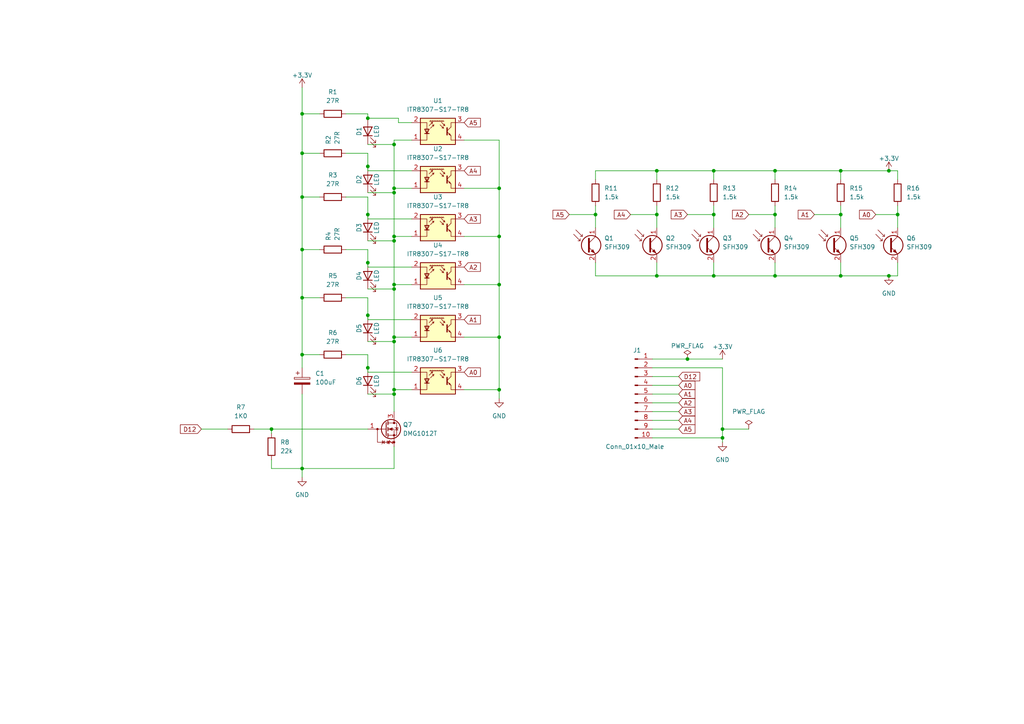
<source format=kicad_sch>
(kicad_sch (version 20211123) (generator eeschema)
  (paper "A4")
  (lib_symbols
    (symbol "Connector:Conn_01x10_Male" (pin_names (offset 1.016) hide)
      (property "Reference" "J" (at 0 12.7 0))
      (property "Value" "Conn_01x10_Male" (at 0 -15.24 0))
      (symbol "Conn_01x10_Male_1_1"
        (polyline (pts (xy 1.27 -12.7) (xy 0.8636 -12.7)) (stroke (width 0.1524)))
        (polyline (pts (xy 1.27 -10.16) (xy 0.8636 -10.16)) (stroke (width 0.1524)))
        (polyline (pts (xy 1.27 -7.62) (xy 0.8636 -7.62)) (stroke (width 0.1524)))
        (polyline (pts (xy 1.27 -5.08) (xy 0.8636 -5.08)) (stroke (width 0.1524)))
        (polyline (pts (xy 1.27 -2.54) (xy 0.8636 -2.54)) (stroke (width 0.1524)))
        (polyline (pts (xy 1.27 0) (xy 0.8636 0)) (stroke (width 0.1524)))
        (polyline (pts (xy 1.27 2.54) (xy 0.8636 2.54)) (stroke (width 0.1524)))
        (polyline (pts (xy 1.27 5.08) (xy 0.8636 5.08)) (stroke (width 0.1524)))
        (polyline (pts (xy 1.27 7.62) (xy 0.8636 7.62)) (stroke (width 0.1524)))
        (polyline (pts (xy 1.27 10.16) (xy 0.8636 10.16)) (stroke (width 0.1524)))
        (rectangle (start 0.8636 -12.573) (end 0 -12.827) (stroke (width 0.1524)) (fill (type outline)))
        (rectangle (start 0.8636 -10.033) (end 0 -10.287) (stroke (width 0.1524)) (fill (type outline)))
        (rectangle (start 0.8636 -7.493) (end 0 -7.747) (stroke (width 0.1524)) (fill (type outline)))
        (rectangle (start 0.8636 -4.953) (end 0 -5.207) (stroke (width 0.1524)) (fill (type outline)))
        (rectangle (start 0.8636 -2.413) (end 0 -2.667) (stroke (width 0.1524)) (fill (type outline)))
        (rectangle (start 0.8636 0.127) (end 0 -0.127) (stroke (width 0.1524)) (fill (type outline)))
        (rectangle (start 0.8636 2.667) (end 0 2.413) (stroke (width 0.1524)) (fill (type outline)))
        (rectangle (start 0.8636 5.207) (end 0 4.953) (stroke (width 0.1524)) (fill (type outline)))
        (rectangle (start 0.8636 7.747) (end 0 7.493) (stroke (width 0.1524)) (fill (type outline)))
        (rectangle (start 0.8636 10.287) (end 0 10.033) (stroke (width 0.1524)) (fill (type outline)))
        (pin passive line (at 5.08 10.16 180) (length 3.81) (name "Pin_1") (number "1"))
        (pin passive line (at 5.08 -12.7 180) (length 3.81) (name "Pin_10") (number "10"))
        (pin passive line (at 5.08 7.62 180) (length 3.81) (name "Pin_2") (number "2"))
        (pin passive line (at 5.08 5.08 180) (length 3.81) (name "Pin_3") (number "3"))
        (pin passive line (at 5.08 2.54 180) (length 3.81) (name "Pin_4") (number "4"))
        (pin passive line (at 5.08 0 180) (length 3.81) (name "Pin_5") (number "5"))
        (pin passive line (at 5.08 -2.54 180) (length 3.81) (name "Pin_6") (number "6"))
        (pin passive line (at 5.08 -5.08 180) (length 3.81) (name "Pin_7") (number "7"))
        (pin passive line (at 5.08 -7.62 180) (length 3.81) (name "Pin_8") (number "8"))
        (pin passive line (at 5.08 -10.16 180) (length 3.81) (name "Pin_9") (number "9"))
      )
    )
    (symbol "Device:C_Polarized" (pin_numbers hide) (pin_names (offset 0.254))
      (property "Reference" "C" (at 0.635 2.54 0))
      (property "Value" "C_Polarized" (at 0.635 -2.54 0))
      (symbol "C_Polarized_0_1"
        (rectangle (start -2.286 0.508) (end 2.286 1.016))
        (polyline (pts (xy -1.778 2.286) (xy -0.762 2.286)))
        (polyline (pts (xy -1.27 2.794) (xy -1.27 1.778)))
        (rectangle (start 2.286 -0.508) (end -2.286 -1.016) (fill (type outline)))
      )
      (symbol "C_Polarized_1_1"
        (pin passive line (at 0 3.81 270) (length 2.794) (name "~") (number "1"))
        (pin passive line (at 0 -3.81 90) (length 2.794) (name "~") (number "2"))
      )
    )
    (symbol "Device:LED" (pin_numbers hide) (pin_names (offset 1.016) hide)
      (property "Reference" "D" (at 0 2.54 0))
      (property "Value" "LED" (at 0 -2.54 0))
      (symbol "LED_0_1"
        (polyline (pts (xy -1.27 -1.27) (xy -1.27 1.27)) (stroke (width 0.254)))
        (polyline (pts (xy -1.27 0) (xy 1.27 0)))
        (polyline (pts (xy 1.27 -1.27) (xy 1.27 1.27) (xy -1.27 0) (xy 1.27 -1.27)) (stroke (width 0.254)))
        (polyline (pts (xy -3.048 -0.762) (xy -4.572 -2.286) (xy -3.81 -2.286) (xy -4.572 -2.286) (xy -4.572 -1.524)))
        (polyline (pts (xy -1.778 -0.762) (xy -3.302 -2.286) (xy -2.54 -2.286) (xy -3.302 -2.286) (xy -3.302 -1.524)))
      )
      (symbol "LED_1_1"
        (pin passive line (at -3.81 0 0) (length 2.54) (name "K") (number "1"))
        (pin passive line (at 3.81 0 180) (length 2.54) (name "A") (number "2"))
      )
    )
    (symbol "Device:R" (pin_numbers hide) (pin_names (offset 0))
      (property "Reference" "R" (at 2.032 0 90))
      (property "Value" "R" (at 0 0 90))
      (symbol "R_0_1"
        (rectangle (start -1.016 -2.54) (end 1.016 2.54) (stroke (width 0.254)))
      )
      (symbol "R_1_1"
        (pin passive line (at 0 3.81 270) (length 1.27) (name "~") (number "1"))
        (pin passive line (at 0 -3.81 90) (length 1.27) (name "~") (number "2"))
      )
    )
    (symbol "ITR8307-S17-TR8_1" (pin_names (offset 0.0254) hide)
      (property "Reference" "U1" (at 0 8.89 0))
      (property "Value" "ITR8307-S17-TR8_1" (at 0 6.35 0))
      (symbol "ITR8307-S17-TR8_1_0_1"
        (polyline (pts (xy -3.81 -0.635) (xy -2.54 -0.635)) (stroke (width 0.254)))
        (polyline (pts (xy -2.286 2.921) (xy -2.032 3.175)))
        (polyline (pts (xy -1.778 2.921) (xy -1.524 3.175)))
        (polyline (pts (xy -1.524 2.667) (xy -1.651 2.159)))
        (polyline (pts (xy -1.27 2.921) (xy -1.016 3.175)))
        (polyline (pts (xy -1.143 1.905) (xy -1.27 1.397)))
        (polyline (pts (xy -0.762 2.921) (xy -0.508 3.175)))
        (polyline (pts (xy -0.254 2.921) (xy 0 3.175)))
        (polyline (pts (xy 0.254 2.921) (xy 0.508 3.175)))
        (polyline (pts (xy 0.762 2.921) (xy 1.016 3.175)))
        (polyline (pts (xy 1.27 2.921) (xy 1.524 3.175)))
        (polyline (pts (xy 1.651 0.889) (xy 1.143 1.016)))
        (polyline (pts (xy 1.778 2.921) (xy -2.413 2.921)))
        (polyline (pts (xy 2.032 1.651) (xy 1.524 1.778)))
        (polyline (pts (xy 2.667 -0.127) (xy 3.81 -1.27)))
        (polyline (pts (xy 2.667 0.127) (xy 3.81 1.27)))
        (polyline (pts (xy -2.54 1.651) (xy -1.524 2.667) (xy -2.032 2.54)))
        (polyline (pts (xy -2.159 0.889) (xy -1.143 1.905) (xy -1.651 1.778)))
        (polyline (pts (xy 0.635 1.905) (xy 1.651 0.889) (xy 1.524 1.397)))
        (polyline (pts (xy 1.016 2.667) (xy 2.032 1.651) (xy 1.905 2.159)))
        (polyline (pts (xy 2.667 1.016) (xy 2.667 -1.016) (xy 2.667 -1.016)) (stroke (width 0.3556)))
        (polyline (pts (xy 3.81 -1.27) (xy 3.81 -2.54) (xy 5.08 -2.54)))
        (polyline (pts (xy 3.81 1.27) (xy 3.81 2.54) (xy 5.08 2.54)))
        (polyline (pts (xy -5.08 -2.54) (xy -3.175 -2.54) (xy -3.175 2.54) (xy -5.08 2.54)))
        (polyline (pts (xy -3.175 -0.635) (xy -3.81 0.635) (xy -2.54 0.635) (xy -3.175 -0.635)) (stroke (width 0.254)))
        (polyline (pts (xy 3.683 -1.143) (xy 3.429 -0.635) (xy 3.175 -0.889) (xy 3.683 -1.143)))
        (polyline (pts (xy -5.08 -3.81) (xy 5.08 -3.81) (xy 5.08 3.81) (xy -5.08 3.81) (xy -5.08 -3.81)) (stroke (width 0.254)) (fill (type background)))
      )
      (symbol "ITR8307-S17-TR8_1_1_1"
        (pin passive line (at -7.62 -2.54 0) (length 2.54) (name "K") (number "1"))
        (pin passive line (at -7.62 2.54 0) (length 2.54) (name "A") (number "2"))
        (pin open_collector line (at 7.62 2.54 180) (length 2.54) (name "~") (number "3"))
        (pin passive line (at 7.62 -2.54 180) (length 2.54) (name "~") (number "4"))
      )
    )
    (symbol "ITR8307-S17-TR8_2" (pin_names (offset 0.0254) hide)
      (property "Reference" "U2" (at 0 8.89 0))
      (property "Value" "ITR8307-S17-TR8_2" (at 0 6.35 0))
      (symbol "ITR8307-S17-TR8_2_0_1"
        (polyline (pts (xy -3.81 -0.635) (xy -2.54 -0.635)) (stroke (width 0.254)))
        (polyline (pts (xy -2.286 2.921) (xy -2.032 3.175)))
        (polyline (pts (xy -1.778 2.921) (xy -1.524 3.175)))
        (polyline (pts (xy -1.524 2.667) (xy -1.651 2.159)))
        (polyline (pts (xy -1.27 2.921) (xy -1.016 3.175)))
        (polyline (pts (xy -1.143 1.905) (xy -1.27 1.397)))
        (polyline (pts (xy -0.762 2.921) (xy -0.508 3.175)))
        (polyline (pts (xy -0.254 2.921) (xy 0 3.175)))
        (polyline (pts (xy 0.254 2.921) (xy 0.508 3.175)))
        (polyline (pts (xy 0.762 2.921) (xy 1.016 3.175)))
        (polyline (pts (xy 1.27 2.921) (xy 1.524 3.175)))
        (polyline (pts (xy 1.651 0.889) (xy 1.143 1.016)))
        (polyline (pts (xy 1.778 2.921) (xy -2.413 2.921)))
        (polyline (pts (xy 2.032 1.651) (xy 1.524 1.778)))
        (polyline (pts (xy 2.667 -0.127) (xy 3.81 -1.27)))
        (polyline (pts (xy 2.667 0.127) (xy 3.81 1.27)))
        (polyline (pts (xy -2.54 1.651) (xy -1.524 2.667) (xy -2.032 2.54)))
        (polyline (pts (xy -2.159 0.889) (xy -1.143 1.905) (xy -1.651 1.778)))
        (polyline (pts (xy 0.635 1.905) (xy 1.651 0.889) (xy 1.524 1.397)))
        (polyline (pts (xy 1.016 2.667) (xy 2.032 1.651) (xy 1.905 2.159)))
        (polyline (pts (xy 2.667 1.016) (xy 2.667 -1.016) (xy 2.667 -1.016)) (stroke (width 0.3556)))
        (polyline (pts (xy 3.81 -1.27) (xy 3.81 -2.54) (xy 5.08 -2.54)))
        (polyline (pts (xy 3.81 1.27) (xy 3.81 2.54) (xy 5.08 2.54)))
        (polyline (pts (xy -5.08 -2.54) (xy -3.175 -2.54) (xy -3.175 2.54) (xy -5.08 2.54)))
        (polyline (pts (xy -3.175 -0.635) (xy -3.81 0.635) (xy -2.54 0.635) (xy -3.175 -0.635)) (stroke (width 0.254)))
        (polyline (pts (xy 3.683 -1.143) (xy 3.429 -0.635) (xy 3.175 -0.889) (xy 3.683 -1.143)))
        (polyline (pts (xy -5.08 -3.81) (xy 5.08 -3.81) (xy 5.08 3.81) (xy -5.08 3.81) (xy -5.08 -3.81)) (stroke (width 0.254)) (fill (type background)))
      )
      (symbol "ITR8307-S17-TR8_2_1_1"
        (pin passive line (at -7.62 -2.54 0) (length 2.54) (name "K") (number "1"))
        (pin passive line (at -7.62 2.54 0) (length 2.54) (name "A") (number "2"))
        (pin open_collector line (at 7.62 2.54 180) (length 2.54) (name "~") (number "3"))
        (pin passive line (at 7.62 -2.54 180) (length 2.54) (name "~") (number "4"))
      )
    )
    (symbol "ITR8307-S17-TR8_3" (pin_names (offset 0.0254) hide)
      (property "Reference" "U3" (at 0 8.89 0))
      (property "Value" "ITR8307-S17-TR8_3" (at 0 6.35 0))
      (symbol "ITR8307-S17-TR8_3_0_1"
        (polyline (pts (xy -3.81 -0.635) (xy -2.54 -0.635)) (stroke (width 0.254)))
        (polyline (pts (xy -2.286 2.921) (xy -2.032 3.175)))
        (polyline (pts (xy -1.778 2.921) (xy -1.524 3.175)))
        (polyline (pts (xy -1.524 2.667) (xy -1.651 2.159)))
        (polyline (pts (xy -1.27 2.921) (xy -1.016 3.175)))
        (polyline (pts (xy -1.143 1.905) (xy -1.27 1.397)))
        (polyline (pts (xy -0.762 2.921) (xy -0.508 3.175)))
        (polyline (pts (xy -0.254 2.921) (xy 0 3.175)))
        (polyline (pts (xy 0.254 2.921) (xy 0.508 3.175)))
        (polyline (pts (xy 0.762 2.921) (xy 1.016 3.175)))
        (polyline (pts (xy 1.27 2.921) (xy 1.524 3.175)))
        (polyline (pts (xy 1.651 0.889) (xy 1.143 1.016)))
        (polyline (pts (xy 1.778 2.921) (xy -2.413 2.921)))
        (polyline (pts (xy 2.032 1.651) (xy 1.524 1.778)))
        (polyline (pts (xy 2.667 -0.127) (xy 3.81 -1.27)))
        (polyline (pts (xy 2.667 0.127) (xy 3.81 1.27)))
        (polyline (pts (xy -2.54 1.651) (xy -1.524 2.667) (xy -2.032 2.54)))
        (polyline (pts (xy -2.159 0.889) (xy -1.143 1.905) (xy -1.651 1.778)))
        (polyline (pts (xy 0.635 1.905) (xy 1.651 0.889) (xy 1.524 1.397)))
        (polyline (pts (xy 1.016 2.667) (xy 2.032 1.651) (xy 1.905 2.159)))
        (polyline (pts (xy 2.667 1.016) (xy 2.667 -1.016) (xy 2.667 -1.016)) (stroke (width 0.3556)))
        (polyline (pts (xy 3.81 -1.27) (xy 3.81 -2.54) (xy 5.08 -2.54)))
        (polyline (pts (xy 3.81 1.27) (xy 3.81 2.54) (xy 5.08 2.54)))
        (polyline (pts (xy -5.08 -2.54) (xy -3.175 -2.54) (xy -3.175 2.54) (xy -5.08 2.54)))
        (polyline (pts (xy -3.175 -0.635) (xy -3.81 0.635) (xy -2.54 0.635) (xy -3.175 -0.635)) (stroke (width 0.254)))
        (polyline (pts (xy 3.683 -1.143) (xy 3.429 -0.635) (xy 3.175 -0.889) (xy 3.683 -1.143)))
        (polyline (pts (xy -5.08 -3.81) (xy 5.08 -3.81) (xy 5.08 3.81) (xy -5.08 3.81) (xy -5.08 -3.81)) (stroke (width 0.254)) (fill (type background)))
      )
      (symbol "ITR8307-S17-TR8_3_1_1"
        (pin passive line (at -7.62 -2.54 0) (length 2.54) (name "K") (number "1"))
        (pin passive line (at -7.62 2.54 0) (length 2.54) (name "A") (number "2"))
        (pin open_collector line (at 7.62 2.54 180) (length 2.54) (name "~") (number "3"))
        (pin passive line (at 7.62 -2.54 180) (length 2.54) (name "~") (number "4"))
      )
    )
    (symbol "ITR8307-S17-TR8_4" (pin_names (offset 0.0254) hide)
      (property "Reference" "U4" (at 0 8.89 0))
      (property "Value" "ITR8307-S17-TR8" (at 0 6.35 0))
      (symbol "ITR8307-S17-TR8_4_0_1"
        (polyline (pts (xy -3.81 -0.635) (xy -2.54 -0.635)) (stroke (width 0.254)))
        (polyline (pts (xy -2.286 2.921) (xy -2.032 3.175)))
        (polyline (pts (xy -1.778 2.921) (xy -1.524 3.175)))
        (polyline (pts (xy -1.524 2.667) (xy -1.651 2.159)))
        (polyline (pts (xy -1.27 2.921) (xy -1.016 3.175)))
        (polyline (pts (xy -1.143 1.905) (xy -1.27 1.397)))
        (polyline (pts (xy -0.762 2.921) (xy -0.508 3.175)))
        (polyline (pts (xy -0.254 2.921) (xy 0 3.175)))
        (polyline (pts (xy 0.254 2.921) (xy 0.508 3.175)))
        (polyline (pts (xy 0.762 2.921) (xy 1.016 3.175)))
        (polyline (pts (xy 1.27 2.921) (xy 1.524 3.175)))
        (polyline (pts (xy 1.651 0.889) (xy 1.143 1.016)))
        (polyline (pts (xy 1.778 2.921) (xy -2.413 2.921)))
        (polyline (pts (xy 2.032 1.651) (xy 1.524 1.778)))
        (polyline (pts (xy 2.667 -0.127) (xy 3.81 -1.27)))
        (polyline (pts (xy 2.667 0.127) (xy 3.81 1.27)))
        (polyline (pts (xy -2.54 1.651) (xy -1.524 2.667) (xy -2.032 2.54)))
        (polyline (pts (xy -2.159 0.889) (xy -1.143 1.905) (xy -1.651 1.778)))
        (polyline (pts (xy 0.635 1.905) (xy 1.651 0.889) (xy 1.524 1.397)))
        (polyline (pts (xy 1.016 2.667) (xy 2.032 1.651) (xy 1.905 2.159)))
        (polyline (pts (xy 2.667 1.016) (xy 2.667 -1.016) (xy 2.667 -1.016)) (stroke (width 0.3556)))
        (polyline (pts (xy 3.81 -1.27) (xy 3.81 -2.54) (xy 5.08 -2.54)))
        (polyline (pts (xy 3.81 1.27) (xy 3.81 2.54) (xy 5.08 2.54)))
        (polyline (pts (xy -5.08 -2.54) (xy -3.175 -2.54) (xy -3.175 2.54) (xy -5.08 2.54)))
        (polyline (pts (xy -3.175 -0.635) (xy -3.81 0.635) (xy -2.54 0.635) (xy -3.175 -0.635)) (stroke (width 0.254)))
        (polyline (pts (xy 3.683 -1.143) (xy 3.429 -0.635) (xy 3.175 -0.889) (xy 3.683 -1.143)))
        (polyline (pts (xy -5.08 -3.81) (xy 5.08 -3.81) (xy 5.08 3.81) (xy -5.08 3.81) (xy -5.08 -3.81)) (stroke (width 0.254)) (fill (type background)))
      )
      (symbol "ITR8307-S17-TR8_4_1_1"
        (pin passive line (at -7.62 -2.54 0) (length 2.54) (name "K") (number "1"))
        (pin passive line (at -7.62 2.54 0) (length 2.54) (name "A") (number "2"))
        (pin open_collector line (at 7.62 2.54 180) (length 2.54) (name "~") (number "3"))
        (pin passive line (at 7.62 -2.54 180) (length 2.54) (name "~") (number "4"))
      )
    )
    (symbol "ITR8307-S17-TR8_5" (pin_names (offset 0.0254) hide)
      (property "Reference" "U5" (at 0 8.89 0))
      (property "Value" "ITR8307-S17-TR8_5" (at 0 6.35 0))
      (symbol "ITR8307-S17-TR8_5_0_1"
        (polyline (pts (xy -3.81 -0.635) (xy -2.54 -0.635)) (stroke (width 0.254)))
        (polyline (pts (xy -2.286 2.921) (xy -2.032 3.175)))
        (polyline (pts (xy -1.778 2.921) (xy -1.524 3.175)))
        (polyline (pts (xy -1.524 2.667) (xy -1.651 2.159)))
        (polyline (pts (xy -1.27 2.921) (xy -1.016 3.175)))
        (polyline (pts (xy -1.143 1.905) (xy -1.27 1.397)))
        (polyline (pts (xy -0.762 2.921) (xy -0.508 3.175)))
        (polyline (pts (xy -0.254 2.921) (xy 0 3.175)))
        (polyline (pts (xy 0.254 2.921) (xy 0.508 3.175)))
        (polyline (pts (xy 0.762 2.921) (xy 1.016 3.175)))
        (polyline (pts (xy 1.27 2.921) (xy 1.524 3.175)))
        (polyline (pts (xy 1.651 0.889) (xy 1.143 1.016)))
        (polyline (pts (xy 1.778 2.921) (xy -2.413 2.921)))
        (polyline (pts (xy 2.032 1.651) (xy 1.524 1.778)))
        (polyline (pts (xy 2.667 -0.127) (xy 3.81 -1.27)))
        (polyline (pts (xy 2.667 0.127) (xy 3.81 1.27)))
        (polyline (pts (xy -2.54 1.651) (xy -1.524 2.667) (xy -2.032 2.54)))
        (polyline (pts (xy -2.159 0.889) (xy -1.143 1.905) (xy -1.651 1.778)))
        (polyline (pts (xy 0.635 1.905) (xy 1.651 0.889) (xy 1.524 1.397)))
        (polyline (pts (xy 1.016 2.667) (xy 2.032 1.651) (xy 1.905 2.159)))
        (polyline (pts (xy 2.667 1.016) (xy 2.667 -1.016) (xy 2.667 -1.016)) (stroke (width 0.3556)))
        (polyline (pts (xy 3.81 -1.27) (xy 3.81 -2.54) (xy 5.08 -2.54)))
        (polyline (pts (xy 3.81 1.27) (xy 3.81 2.54) (xy 5.08 2.54)))
        (polyline (pts (xy -5.08 -2.54) (xy -3.175 -2.54) (xy -3.175 2.54) (xy -5.08 2.54)))
        (polyline (pts (xy -3.175 -0.635) (xy -3.81 0.635) (xy -2.54 0.635) (xy -3.175 -0.635)) (stroke (width 0.254)))
        (polyline (pts (xy 3.683 -1.143) (xy 3.429 -0.635) (xy 3.175 -0.889) (xy 3.683 -1.143)))
        (polyline (pts (xy -5.08 -3.81) (xy 5.08 -3.81) (xy 5.08 3.81) (xy -5.08 3.81) (xy -5.08 -3.81)) (stroke (width 0.254)) (fill (type background)))
      )
      (symbol "ITR8307-S17-TR8_5_1_1"
        (pin passive line (at -7.62 -2.54 0) (length 2.54) (name "K") (number "1"))
        (pin passive line (at -7.62 2.54 0) (length 2.54) (name "A") (number "2"))
        (pin open_collector line (at 7.62 2.54 180) (length 2.54) (name "~") (number "3"))
        (pin passive line (at 7.62 -2.54 180) (length 2.54) (name "~") (number "4"))
      )
    )
    (symbol "Sensor_Optical:SFH309" (pin_names (offset 0) hide)
      (property "Reference" "Q" (at 5.08 1.27 0))
      (property "Value" "SFH309" (at 5.08 -1.27 0))
      (symbol "SFH309_0_1"
        (polyline (pts (xy -1.905 1.27) (xy -2.54 1.27)))
        (polyline (pts (xy -1.27 2.54) (xy -1.905 2.54)))
        (polyline (pts (xy 0.635 0.635) (xy 2.54 2.54)))
        (polyline (pts (xy -3.81 3.175) (xy -1.905 1.27) (xy -1.905 1.905)))
        (polyline (pts (xy -3.175 4.445) (xy -1.27 2.54) (xy -1.27 3.175)))
        (polyline (pts (xy 0.635 -0.635) (xy 2.54 -2.54) (xy 2.54 -2.54)))
        (polyline (pts (xy 0.635 1.905) (xy 0.635 -1.905) (xy 0.635 -1.905)) (stroke (width 0.508)))
        (polyline (pts (xy 1.27 -1.778) (xy 1.778 -1.27) (xy 2.286 -2.286) (xy 1.27 -1.778) (xy 1.27 -1.778)) (fill (type outline)))
        (circle (center 1.27 0) (radius 2.8194) (stroke (width 0.254)))
      )
      (symbol "SFH309_1_1"
        (pin passive line (at 2.54 5.08 270) (length 2.54) (name "C") (number "1"))
        (pin passive line (at 2.54 -5.08 90) (length 2.54) (name "E") (number "2"))
      )
    )
    (symbol "Sensor_Proximity:ITR8307-S17-TR8" (pin_names (offset 0.0254) hide)
      (property "Reference" "U6" (at 0 8.89 0))
      (property "Value" "ITR8307-S17-TR8" (at 0 6.35 0))
      (symbol "ITR8307-S17-TR8_0_1"
        (polyline (pts (xy -3.81 -0.635) (xy -2.54 -0.635)) (stroke (width 0.254)))
        (polyline (pts (xy -2.286 2.921) (xy -2.032 3.175)))
        (polyline (pts (xy -1.778 2.921) (xy -1.524 3.175)))
        (polyline (pts (xy -1.524 2.667) (xy -1.651 2.159)))
        (polyline (pts (xy -1.27 2.921) (xy -1.016 3.175)))
        (polyline (pts (xy -1.143 1.905) (xy -1.27 1.397)))
        (polyline (pts (xy -0.762 2.921) (xy -0.508 3.175)))
        (polyline (pts (xy -0.254 2.921) (xy 0 3.175)))
        (polyline (pts (xy 0.254 2.921) (xy 0.508 3.175)))
        (polyline (pts (xy 0.762 2.921) (xy 1.016 3.175)))
        (polyline (pts (xy 1.27 2.921) (xy 1.524 3.175)))
        (polyline (pts (xy 1.651 0.889) (xy 1.143 1.016)))
        (polyline (pts (xy 1.778 2.921) (xy -2.413 2.921)))
        (polyline (pts (xy 2.032 1.651) (xy 1.524 1.778)))
        (polyline (pts (xy 2.667 -0.127) (xy 3.81 -1.27)))
        (polyline (pts (xy 2.667 0.127) (xy 3.81 1.27)))
        (polyline (pts (xy -2.54 1.651) (xy -1.524 2.667) (xy -2.032 2.54)))
        (polyline (pts (xy -2.159 0.889) (xy -1.143 1.905) (xy -1.651 1.778)))
        (polyline (pts (xy 0.635 1.905) (xy 1.651 0.889) (xy 1.524 1.397)))
        (polyline (pts (xy 1.016 2.667) (xy 2.032 1.651) (xy 1.905 2.159)))
        (polyline (pts (xy 2.667 1.016) (xy 2.667 -1.016) (xy 2.667 -1.016)) (stroke (width 0.3556)))
        (polyline (pts (xy 3.81 -1.27) (xy 3.81 -2.54) (xy 5.08 -2.54)))
        (polyline (pts (xy 3.81 1.27) (xy 3.81 2.54) (xy 5.08 2.54)))
        (polyline (pts (xy -5.08 -2.54) (xy -3.175 -2.54) (xy -3.175 2.54) (xy -5.08 2.54)))
        (polyline (pts (xy -3.175 -0.635) (xy -3.81 0.635) (xy -2.54 0.635) (xy -3.175 -0.635)) (stroke (width 0.254)))
        (polyline (pts (xy 3.683 -1.143) (xy 3.429 -0.635) (xy 3.175 -0.889) (xy 3.683 -1.143)))
        (polyline (pts (xy -5.08 -3.81) (xy 5.08 -3.81) (xy 5.08 3.81) (xy -5.08 3.81) (xy -5.08 -3.81)) (stroke (width 0.254)) (fill (type background)))
      )
      (symbol "ITR8307-S17-TR8_1_1"
        (pin passive line (at -7.62 -2.54 0) (length 2.54) (name "K") (number "1"))
        (pin passive line (at -7.62 2.54 0) (length 2.54) (name "A") (number "2"))
        (pin open_collector line (at 7.62 2.54 180) (length 2.54) (name "~") (number "3"))
        (pin passive line (at 7.62 -2.54 180) (length 2.54) (name "~") (number "4"))
      )
    )
    (symbol "Transistor_FET:DMG1012T" (pin_names (offset 0) hide)
      (property "Reference" "Q" (at 5.08 1.905 0))
      (property "Value" "DMG1012T" (at 5.08 0 0))
      (symbol "DMG1012T_0_1"
        (polyline (pts (xy 2.54 -3.81) (xy -2.286 -3.81) (xy -2.286 0)))
      )
      (symbol "DMG1012T_1_1"
        (circle (center -2.286 0) (radius 0.254) (fill (type outline)))
        (polyline (pts (xy 0.254 0) (xy -2.54 0)))
        (polyline (pts (xy 0.254 1.905) (xy 0.254 -1.905)) (stroke (width 0.254)))
        (polyline (pts (xy 0.762 -1.27) (xy 0.762 -2.286)) (stroke (width 0.254)))
        (polyline (pts (xy 0.762 0.508) (xy 0.762 -0.508)) (stroke (width 0.254)))
        (polyline (pts (xy 0.762 2.286) (xy 0.762 1.27)) (stroke (width 0.254)))
        (polyline (pts (xy 2.54 2.54) (xy 2.54 1.778)))
        (polyline (pts (xy 2.54 -2.54) (xy 2.54 0) (xy 0.762 0)))
        (polyline (pts (xy -1.016 -4.318) (xy -0.889 -4.191) (xy -0.889 -3.429) (xy -0.762 -3.302)))
        (polyline (pts (xy -0.889 -3.81) (xy -0.254 -4.191) (xy -0.254 -3.429) (xy -0.889 -3.81)))
        (polyline (pts (xy 0.762 -1.778) (xy 3.302 -1.778) (xy 3.302 1.778) (xy 0.762 1.778)))
        (polyline (pts (xy 1.016 0) (xy 2.032 0.381) (xy 2.032 -0.381) (xy 1.016 0)) (fill (type outline)))
        (polyline (pts (xy 1.143 -3.81) (xy 0.508 -3.429) (xy 0.508 -4.191) (xy 1.143 -3.81)))
        (polyline (pts (xy 1.27 -3.302) (xy 1.143 -3.429) (xy 1.143 -4.191) (xy 1.016 -4.318)))
        (polyline (pts (xy 2.794 0.508) (xy 2.921 0.381) (xy 3.683 0.381) (xy 3.81 0.254)))
        (polyline (pts (xy 3.302 0.381) (xy 2.921 -0.254) (xy 3.683 -0.254) (xy 3.302 0.381)))
        (circle (center 1.651 0) (radius 2.794) (stroke (width 0.254)))
        (circle (center 2.54 -3.81) (radius 0.254) (fill (type outline)))
        (circle (center 2.54 -1.778) (radius 0.254) (fill (type outline)))
        (circle (center 2.54 1.778) (radius 0.254) (fill (type outline)))
        (pin input line (at -5.08 0 0) (length 2.54) (name "G") (number "1"))
        (pin passive line (at 2.54 -5.08 90) (length 2.54) (name "S") (number "2"))
        (pin passive line (at 2.54 5.08 270) (length 2.54) (name "D") (number "3"))
      )
    )
    (symbol "power:+3.3V" (power) (pin_names (offset 0))
      (property "Value" "+3.3V" (at 0 3.556 0))
      (symbol "+3.3V_0_1"
        (polyline (pts (xy -0.762 1.27) (xy 0 2.54)))
        (polyline (pts (xy 0 0) (xy 0 2.54)))
        (polyline (pts (xy 0 2.54) (xy 0.762 1.27)))
      )
      (symbol "+3.3V_1_1"
        (pin power_in line (at 0 0 90) (length 0) hide (name "+3.3V") (number "1"))
      )
    )
    (symbol "power:GND" (power) (pin_names (offset 0))
      (property "Value" "GND" (at 0 -3.81 0))
      (symbol "GND_0_1"
        (polyline (pts (xy 0 0) (xy 0 -1.27) (xy 1.27 -1.27) (xy 0 -2.54) (xy -1.27 -1.27) (xy 0 -1.27)))
      )
      (symbol "GND_1_1"
        (pin power_in line (at 0 0 270) (length 0) hide (name "GND") (number "1"))
      )
    )
    (symbol "power:PWR_FLAG" (power) (pin_numbers hide) (pin_names (offset 0) hide)
      (property "Value" "PWR_FLAG" (at 0 3.81 0))
      (symbol "PWR_FLAG_0_0"
        (pin power_out line (at 0 0 90) (length 0) (name "pwr") (number "1"))
      )
      (symbol "PWR_FLAG_0_1"
        (polyline (pts (xy 0 0) (xy 0 1.27) (xy -1.016 1.905) (xy 0 2.54) (xy 1.016 1.905) (xy 0 1.27)))
      )
    )
  )
  (junction (at 106.68 62.23))
  (junction (at 87.63 135.89))
  (junction (at 87.63 102.87))
  (junction (at 87.63 57.15))
  (junction (at 224.79 80.01))
  (junction (at 257.81 80.01))
  (junction (at 114.3 68.58))
  (junction (at 144.78 82.55))
  (junction (at 114.3 82.55))
  (junction (at 144.78 54.61))
  (junction (at 144.78 113.03))
  (junction (at 190.5 49.53))
  (junction (at 172.72 62.23))
  (junction (at 144.78 68.58))
  (junction (at 114.3 69.85))
  (junction (at 190.5 62.23))
  (junction (at 224.79 62.23))
  (junction (at 106.68 76.2))
  (junction (at 114.3 97.79))
  (junction (at 114.3 113.03))
  (junction (at 243.84 62.23))
  (junction (at 114.3 55.88))
  (junction (at 78.74 124.46))
  (junction (at 106.68 34.29))
  (junction (at 87.63 72.39))
  (junction (at 106.68 48.26))
  (junction (at 114.3 41.91))
  (junction (at 87.63 44.45))
  (junction (at 190.5 80.01))
  (junction (at 87.63 86.36))
  (junction (at 106.68 106.68))
  (junction (at 114.3 99.06))
  (junction (at 224.79 49.53))
  (junction (at 87.63 33.02))
  (junction (at 207.01 80.01))
  (junction (at 114.3 114.3))
  (junction (at 209.55 124.46))
  (junction (at 207.01 49.53))
  (junction (at 243.84 80.01))
  (junction (at 260.35 62.23))
  (junction (at 199.39 104.14))
  (junction (at 209.55 127))
  (junction (at 243.84 49.53))
  (junction (at 114.3 83.82))
  (junction (at 257.81 49.53))
  (junction (at 207.01 62.23))
  (junction (at 144.78 97.79))
  (junction (at 106.68 91.44))
  (junction (at 114.3 54.61))
  (wire (pts (xy 189.23 106.68) (xy 209.55 106.68)))
  (wire (pts (xy 100.33 57.15) (xy 106.68 57.15)))
  (wire (pts (xy 114.3 135.89) (xy 87.63 135.89)))
  (wire (pts (xy 106.68 44.45) (xy 106.68 48.26)))
  (wire (pts (xy 217.17 62.23) (xy 224.79 62.23)))
  (wire (pts (xy 190.5 76.2) (xy 190.5 80.01)))
  (wire (pts (xy 87.63 102.87) (xy 92.71 102.87)))
  (wire (pts (xy 100.33 33.02) (xy 106.68 33.02)))
  (wire (pts (xy 78.74 135.89) (xy 87.63 135.89)))
  (wire (pts (xy 209.55 124.46) (xy 217.17 124.46)))
  (wire (pts (xy 243.84 62.23) (xy 243.84 66.04)))
  (wire (pts (xy 172.72 76.2) (xy 172.72 80.01)))
  (wire (pts (xy 78.74 125.73) (xy 78.74 124.46)))
  (wire (pts (xy 114.3 99.06) (xy 114.3 97.79)))
  (wire (pts (xy 87.63 57.15) (xy 92.71 57.15)))
  (wire (pts (xy 134.62 113.03) (xy 144.78 113.03)))
  (wire (pts (xy 172.72 52.07) (xy 172.72 49.53)))
  (wire (pts (xy 78.74 124.46) (xy 106.68 124.46)))
  (wire (pts (xy 106.68 63.5) (xy 106.68 62.23)))
  (wire (pts (xy 134.62 82.55) (xy 144.78 82.55)))
  (wire (pts (xy 100.33 44.45) (xy 106.68 44.45)))
  (wire (pts (xy 87.63 102.87) (xy 87.63 106.68)))
  (wire (pts (xy 119.38 77.47) (xy 106.68 77.47)))
  (wire (pts (xy 87.63 72.39) (xy 92.71 72.39)))
  (wire (pts (xy 260.35 80.01) (xy 260.35 76.2)))
  (wire (pts (xy 189.23 116.84) (xy 196.85 116.84)))
  (wire (pts (xy 243.84 80.01) (xy 257.81 80.01)))
  (wire (pts (xy 115.57 35.56) (xy 119.38 35.56)))
  (wire (pts (xy 260.35 62.23) (xy 260.35 66.04)))
  (wire (pts (xy 114.3 82.55) (xy 119.38 82.55)))
  (wire (pts (xy 114.3 97.79) (xy 119.38 97.79)))
  (wire (pts (xy 106.68 86.36) (xy 106.68 91.44)))
  (wire (pts (xy 106.68 83.82) (xy 114.3 83.82)))
  (wire (pts (xy 87.63 135.89) (xy 87.63 138.43)))
  (wire (pts (xy 114.3 69.85) (xy 114.3 82.55)))
  (wire (pts (xy 114.3 68.58) (xy 114.3 69.85)))
  (wire (pts (xy 106.68 99.06) (xy 114.3 99.06)))
  (wire (pts (xy 78.74 133.35) (xy 78.74 135.89)))
  (wire (pts (xy 106.68 55.88) (xy 114.3 55.88)))
  (wire (pts (xy 114.3 41.91) (xy 114.3 54.61)))
  (wire (pts (xy 199.39 104.14) (xy 209.55 104.14)))
  (wire (pts (xy 87.63 44.45) (xy 92.71 44.45)))
  (wire (pts (xy 257.81 80.01) (xy 260.35 80.01)))
  (wire (pts (xy 144.78 82.55) (xy 144.78 97.79)))
  (wire (pts (xy 257.81 49.53) (xy 260.35 49.53)))
  (wire (pts (xy 254 62.23) (xy 260.35 62.23)))
  (wire (pts (xy 87.63 72.39) (xy 87.63 86.36)))
  (wire (pts (xy 190.5 49.53) (xy 190.5 52.07)))
  (wire (pts (xy 207.01 52.07) (xy 207.01 49.53)))
  (wire (pts (xy 260.35 49.53) (xy 260.35 52.07)))
  (wire (pts (xy 114.3 83.82) (xy 114.3 97.79)))
  (wire (pts (xy 144.78 113.03) (xy 144.78 115.57)))
  (wire (pts (xy 106.68 69.85) (xy 114.3 69.85)))
  (wire (pts (xy 134.62 54.61) (xy 144.78 54.61)))
  (wire (pts (xy 190.5 62.23) (xy 190.5 66.04)))
  (wire (pts (xy 182.88 62.23) (xy 190.5 62.23)))
  (wire (pts (xy 144.78 97.79) (xy 144.78 113.03)))
  (wire (pts (xy 114.3 68.58) (xy 119.38 68.58)))
  (wire (pts (xy 115.57 34.29) (xy 115.57 35.56)))
  (wire (pts (xy 190.5 49.53) (xy 207.01 49.53)))
  (wire (pts (xy 144.78 68.58) (xy 144.78 82.55)))
  (wire (pts (xy 260.35 59.69) (xy 260.35 62.23)))
  (wire (pts (xy 114.3 99.06) (xy 114.3 113.03)))
  (wire (pts (xy 243.84 49.53) (xy 257.81 49.53)))
  (wire (pts (xy 190.5 59.69) (xy 190.5 62.23)))
  (wire (pts (xy 189.23 114.3) (xy 196.85 114.3)))
  (wire (pts (xy 114.3 114.3) (xy 114.3 119.38)))
  (wire (pts (xy 134.62 97.79) (xy 144.78 97.79)))
  (wire (pts (xy 144.78 54.61) (xy 144.78 68.58)))
  (wire (pts (xy 224.79 49.53) (xy 224.79 52.07)))
  (wire (pts (xy 100.33 72.39) (xy 106.68 72.39)))
  (wire (pts (xy 114.3 83.82) (xy 114.3 82.55)))
  (wire (pts (xy 119.38 92.71) (xy 106.68 92.71)))
  (wire (pts (xy 207.01 80.01) (xy 224.79 80.01)))
  (wire (pts (xy 199.39 62.23) (xy 207.01 62.23)))
  (wire (pts (xy 87.63 33.02) (xy 92.71 33.02)))
  (wire (pts (xy 189.23 127) (xy 209.55 127)))
  (wire (pts (xy 209.55 124.46) (xy 209.55 127)))
  (wire (pts (xy 106.68 77.47) (xy 106.68 76.2)))
  (wire (pts (xy 207.01 49.53) (xy 224.79 49.53)))
  (wire (pts (xy 100.33 102.87) (xy 106.68 102.87)))
  (wire (pts (xy 114.3 55.88) (xy 114.3 68.58)))
  (wire (pts (xy 165.1 62.23) (xy 172.72 62.23)))
  (wire (pts (xy 243.84 49.53) (xy 243.84 52.07)))
  (wire (pts (xy 134.62 40.64) (xy 144.78 40.64)))
  (wire (pts (xy 106.68 57.15) (xy 106.68 62.23)))
  (wire (pts (xy 87.63 25.4) (xy 87.63 33.02)))
  (wire (pts (xy 106.68 107.95) (xy 106.68 106.68)))
  (wire (pts (xy 190.5 80.01) (xy 207.01 80.01)))
  (wire (pts (xy 207.01 59.69) (xy 207.01 62.23)))
  (wire (pts (xy 114.3 40.64) (xy 119.38 40.64)))
  (wire (pts (xy 73.66 124.46) (xy 78.74 124.46)))
  (wire (pts (xy 87.63 86.36) (xy 87.63 102.87)))
  (wire (pts (xy 144.78 40.64) (xy 144.78 54.61)))
  (wire (pts (xy 189.23 119.38) (xy 196.85 119.38)))
  (wire (pts (xy 243.84 76.2) (xy 243.84 80.01)))
  (wire (pts (xy 207.01 62.23) (xy 207.01 66.04)))
  (wire (pts (xy 114.3 113.03) (xy 119.38 113.03)))
  (wire (pts (xy 115.57 34.29) (xy 106.68 34.29)))
  (wire (pts (xy 114.3 55.88) (xy 114.3 54.61)))
  (wire (pts (xy 189.23 121.92) (xy 196.85 121.92)))
  (wire (pts (xy 172.72 59.69) (xy 172.72 62.23)))
  (wire (pts (xy 224.79 80.01) (xy 243.84 80.01)))
  (wire (pts (xy 114.3 41.91) (xy 114.3 40.64)))
  (wire (pts (xy 243.84 59.69) (xy 243.84 62.23)))
  (wire (pts (xy 114.3 129.54) (xy 114.3 135.89)))
  (wire (pts (xy 207.01 76.2) (xy 207.01 80.01)))
  (wire (pts (xy 189.23 124.46) (xy 196.85 124.46)))
  (wire (pts (xy 58.42 124.46) (xy 66.04 124.46)))
  (wire (pts (xy 119.38 107.95) (xy 106.68 107.95)))
  (wire (pts (xy 224.79 49.53) (xy 243.84 49.53)))
  (wire (pts (xy 106.68 41.91) (xy 114.3 41.91)))
  (wire (pts (xy 87.63 114.3) (xy 87.63 135.89)))
  (wire (pts (xy 106.68 72.39) (xy 106.68 76.2)))
  (wire (pts (xy 209.55 106.68) (xy 209.55 124.46)))
  (wire (pts (xy 224.79 62.23) (xy 224.79 66.04)))
  (wire (pts (xy 172.72 80.01) (xy 190.5 80.01)))
  (wire (pts (xy 119.38 63.5) (xy 106.68 63.5)))
  (wire (pts (xy 106.68 33.02) (xy 106.68 34.29)))
  (wire (pts (xy 172.72 62.23) (xy 172.72 66.04)))
  (wire (pts (xy 189.23 111.76) (xy 196.85 111.76)))
  (wire (pts (xy 224.79 76.2) (xy 224.79 80.01)))
  (wire (pts (xy 172.72 49.53) (xy 190.5 49.53)))
  (wire (pts (xy 189.23 109.22) (xy 196.85 109.22)))
  (wire (pts (xy 106.68 114.3) (xy 114.3 114.3)))
  (wire (pts (xy 114.3 113.03) (xy 114.3 114.3)))
  (wire (pts (xy 119.38 49.53) (xy 106.68 49.53)))
  (wire (pts (xy 87.63 57.15) (xy 87.63 72.39)))
  (wire (pts (xy 87.63 86.36) (xy 92.71 86.36)))
  (wire (pts (xy 236.22 62.23) (xy 243.84 62.23)))
  (wire (pts (xy 100.33 86.36) (xy 106.68 86.36)))
  (wire (pts (xy 106.68 48.26) (xy 106.68 49.53)))
  (wire (pts (xy 106.68 92.71) (xy 106.68 91.44)))
  (wire (pts (xy 114.3 54.61) (xy 119.38 54.61)))
  (wire (pts (xy 106.68 102.87) (xy 106.68 106.68)))
  (wire (pts (xy 87.63 44.45) (xy 87.63 57.15)))
  (wire (pts (xy 224.79 59.69) (xy 224.79 62.23)))
  (wire (pts (xy 134.62 68.58) (xy 144.78 68.58)))
  (wire (pts (xy 189.23 104.14) (xy 199.39 104.14)))
  (wire (pts (xy 87.63 33.02) (xy 87.63 44.45)))
  (wire (pts (xy 209.55 128.27) (xy 209.55 127)))
  (global_label "A0" (shape input) (at 134.62 107.95 0) (property "Intersheet References" "${INTERSHEET_REFS}" (effects hide)))
  (global_label "A4" (shape input) (at 182.88 62.23 180) (property "Intersheet References" "${INTERSHEET_REFS}" (effects hide)))
  (global_label "A5" (shape input) (at 165.1 62.23 180) (property "Intersheet References" "${INTERSHEET_REFS}" (effects hide)))
  (global_label "A0" (shape input) (at 196.85 111.76 0) (property "Intersheet References" "${INTERSHEET_REFS}" (effects hide)))
  (global_label "A2" (shape input) (at 217.17 62.23 180) (property "Intersheet References" "${INTERSHEET_REFS}" (effects hide)))
  (global_label "A3" (shape input) (at 199.39 62.23 180) (property "Intersheet References" "${INTERSHEET_REFS}" (effects hide)))
  (global_label "A3" (shape input) (at 134.62 63.5 0) (property "Intersheet References" "${INTERSHEET_REFS}" (effects hide)))
  (global_label "A5" (shape input) (at 196.85 124.46 0) (property "Intersheet References" "${INTERSHEET_REFS}" (effects hide)))
  (global_label "A2" (shape input) (at 134.62 77.47 0) (property "Intersheet References" "${INTERSHEET_REFS}" (effects hide)))
  (global_label "A4" (shape input) (at 134.62 49.53 0) (property "Intersheet References" "${INTERSHEET_REFS}" (effects hide)))
  (global_label "A1" (shape input) (at 134.62 92.71 0) (property "Intersheet References" "${INTERSHEET_REFS}" (effects hide)))
  (global_label "A2" (shape input) (at 196.85 116.84 0) (property "Intersheet References" "${INTERSHEET_REFS}" (effects hide)))
  (global_label "A3" (shape input) (at 196.85 119.38 0) (property "Intersheet References" "${INTERSHEET_REFS}" (effects hide)))
  (global_label "A0" (shape input) (at 254 62.23 180) (property "Intersheet References" "${INTERSHEET_REFS}" (effects hide)))
  (global_label "D12" (shape input) (at 196.85 109.22 0) (property "Intersheet References" "${INTERSHEET_REFS}" (effects hide)))
  (global_label "A1" (shape input) (at 236.22 62.23 180) (property "Intersheet References" "${INTERSHEET_REFS}" (effects hide)))
  (global_label "D12" (shape input) (at 58.42 124.46 180) (property "Intersheet References" "${INTERSHEET_REFS}" (effects hide)))
  (global_label "A4" (shape input) (at 196.85 121.92 0) (property "Intersheet References" "${INTERSHEET_REFS}" (effects hide)))
  (global_label "A1" (shape input) (at 196.85 114.3 0) (property "Intersheet References" "${INTERSHEET_REFS}" (effects hide)))
  (global_label "A5" (shape input) (at 134.62 35.56 0) (property "Intersheet References" "${INTERSHEET_REFS}" (effects hide)))
  (symbol (lib_id "Device:LED") (at 106.68 110.49 90) (unit 1)
    (property "Reference" "D6" (at 104.14 110.49 0))
    (property "Value" "LED" (at 109.22 110.49 0))
    (property "Footprint" "LED_THT:LED_D3.0mm_Clear" (effects hide))
  )
  (symbol (lib_id "power:+3.3V") (at 209.55 104.14 0) (unit 1)
    (property "Reference" "#PWR07" (effects hide))
    (property "Value" "+3.3V" (at 209.55 100.584 0))
  )
  (symbol (lib_id "Device:R") (at 172.72 55.88 0) (unit 1)
    (property "Reference" "R11" (at 175.26 54.6099 0) (effects (justify left)))
    (property "Value" "1.5k" (at 175.26 57.1499 0) (effects (justify left)))
    (property "Footprint" "Resistor_SMD:R_0805_2012Metric_Pad1.20x1.40mm_HandSolder" (effects hide))
  )
  (symbol (lib_id "Device:R") (at 243.84 55.88 0) (unit 1)
    (property "Reference" "R15" (at 246.38 54.6099 0) (effects (justify left)))
    (property "Value" "1.5k" (at 246.38 57.1499 0) (effects (justify left)))
    (property "Footprint" "Resistor_SMD:R_0805_2012Metric_Pad1.20x1.40mm_HandSolder" (effects hide))
  )
  (symbol (lib_id "Device:R") (at 96.52 86.36 90) (unit 1)
    (property "Reference" "R5" (at 96.52 80.01 90))
    (property "Value" "27R" (at 96.52 82.55 90))
    (property "Footprint" "Resistor_SMD:R_0805_2012Metric_Pad1.20x1.40mm_HandSolder" (effects hide))
  )
  (symbol (lib_id "Device:R") (at 96.52 44.45 90) (unit 1)
    (property "Reference" "R2" (at 95.2499 41.91 0) (effects (justify left)))
    (property "Value" "27R" (at 97.7899 41.91 0) (effects (justify left)))
    (property "Footprint" "Resistor_SMD:R_0805_2012Metric_Pad1.20x1.40mm_HandSolder" (effects hide))
  )
  (symbol (lib_id "Connector:Conn_01x10_Male") (at 184.15 114.3 0) (unit 1)
    (property "Reference" "J1" (at 184.785 101.6 0))
    (property "Value" "Conn_01x10_Male" (at 184.15 129.54 0))
    (property "Footprint" "Connector_JST:JST_PH_S10B-PH-K_1x10_P2.00mm_Horizontal" (effects hide))
  )
  (symbol (lib_id "Device:R") (at 207.01 55.88 0) (unit 1)
    (property "Reference" "R13" (at 209.55 54.6099 0) (effects (justify left)))
    (property "Value" "1.5k" (at 209.55 57.1499 0) (effects (justify left)))
    (property "Footprint" "Resistor_SMD:R_0805_2012Metric_Pad1.20x1.40mm_HandSolder" (effects hide))
  )
  (symbol (lib_id "power:PWR_FLAG") (at 199.39 104.14 0) (unit 1)
    (property "Reference" "#FLG02" (effects hide))
    (property "Value" "PWR_FLAG" (at 199.39 100.33 0))
  )
  (symbol (lib_name "ITR8307-S17-TR8_4") (lib_id "Sensor_Proximity:ITR8307-S17-TR8") (at 127 80.01 0) (unit 1)
    (property "Reference" "U4" (at 127 71.12 0))
    (property "Value" "ITR8307-S17-TR8" (at 127 73.66 0))
    (property "Footprint" "OptoDevice:Everlight_ITR1201SR10AR" (effects hide))
    (property "Datasheet" "https://datasheet.lcsc.com/szlcsc/1810010232_Everlight-Elec-ITR8307-S17-TR8-B_C81632.pdf" (effects hide))
  )
  (symbol (lib_id "Device:R") (at 78.74 129.54 0) (unit 1)
    (property "Reference" "R8" (at 81.28 128.2699 0) (effects (justify left)))
    (property "Value" "22k" (at 81.28 130.8099 0) (effects (justify left)))
    (property "Footprint" "Resistor_SMD:R_0805_2012Metric_Pad1.20x1.40mm_HandSolder" (effects hide))
  )
  (symbol (lib_id "Device:LED") (at 106.68 38.1 90) (unit 1)
    (property "Reference" "D1" (at 104.14 38.1 0))
    (property "Value" "LED" (at 109.22 38.1 0))
    (property "Footprint" "LED_THT:LED_D3.0mm_Clear" (effects hide))
  )
  (symbol (lib_id "power:+3.3V") (at 257.81 49.53 0) (unit 1)
    (property "Reference" "#PWR03" (effects hide))
    (property "Value" "+3.3V" (at 257.81 45.974 0))
  )
  (symbol (lib_id "power:GND") (at 87.63 138.43 0) (unit 1)
    (property "Reference" "#PWR02" (effects hide))
    (property "Value" "GND" (at 87.63 143.51 0))
  )
  (symbol (lib_id "Sensor_Optical:SFH309") (at 257.81 71.12 0) (unit 1)
    (property "Reference" "Q6" (at 262.89 69.1006 0) (effects (justify left)))
    (property "Value" "SFH309" (at 262.89 71.6406 0) (effects (justify left)))
    (property "Footprint" "LED_THT:LED_D3.0mm_Clear" (effects hide))
    (property "Datasheet" "http://www.osram-os.com/Graphics/XPic2/00101811_0.pdf/SFH%20309,%20SFH%20309%20FA,%20Lead%20(Pb)%20Free%20Product%20-%20RoHS%20Compliant.pdf" (effects hide))
  )
  (symbol (lib_id "Sensor_Optical:SFH309") (at 222.25 71.12 0) (unit 1)
    (property "Reference" "Q4" (at 227.33 69.1006 0) (effects (justify left)))
    (property "Value" "SFH309" (at 227.33 71.6406 0) (effects (justify left)))
    (property "Footprint" "LED_THT:LED_D3.0mm_Clear" (effects hide))
    (property "Datasheet" "http://www.osram-os.com/Graphics/XPic2/00101811_0.pdf/SFH%20309,%20SFH%20309%20FA,%20Lead%20(Pb)%20Free%20Product%20-%20RoHS%20Compliant.pdf" (effects hide))
  )
  (symbol (lib_id "Device:LED") (at 106.68 95.25 90) (unit 1)
    (property "Reference" "D5" (at 104.14 95.25 0))
    (property "Value" "LED" (at 109.22 95.25 0))
    (property "Footprint" "LED_THT:LED_D3.0mm_Clear" (effects hide))
  )
  (symbol (lib_id "Sensor_Optical:SFH309") (at 187.96 71.12 0) (unit 1)
    (property "Reference" "Q2" (at 193.04 69.1006 0) (effects (justify left)))
    (property "Value" "SFH309" (at 193.04 71.6406 0) (effects (justify left)))
    (property "Footprint" "LED_THT:LED_D3.0mm_Clear" (effects hide))
    (property "Datasheet" "http://www.osram-os.com/Graphics/XPic2/00101811_0.pdf/SFH%20309,%20SFH%20309%20FA,%20Lead%20(Pb)%20Free%20Product%20-%20RoHS%20Compliant.pdf" (effects hide))
  )
  (symbol (lib_id "Device:LED") (at 106.68 52.07 90) (unit 1)
    (property "Reference" "D2" (at 104.14 52.07 0))
    (property "Value" "LED" (at 109.22 52.07 0))
    (property "Footprint" "LED_THT:LED_D3.0mm_Clear" (effects hide))
  )
  (symbol (lib_id "Device:R") (at 224.79 55.88 0) (unit 1)
    (property "Reference" "R14" (at 227.33 54.6099 0) (effects (justify left)))
    (property "Value" "1.5k" (at 227.33 57.1499 0) (effects (justify left)))
    (property "Footprint" "Resistor_SMD:R_0805_2012Metric_Pad1.20x1.40mm_HandSolder" (effects hide))
  )
  (symbol (lib_id "Transistor_FET:DMG1012T") (at 111.76 124.46 0) (unit 1)
    (property "Reference" "Q7" (at 116.84 123.1899 0) (effects (justify left)))
    (property "Value" "DMG1012T" (at 116.84 125.73 0) (effects (justify left)))
    (property "Footprint" "Package_TO_SOT_SMD:SOT-523" (effects hide))
    (property "Datasheet" "https://www.diodes.com/assets/Datasheets/ds31783.pdf" (effects hide))
  )
  (symbol (lib_name "ITR8307-S17-TR8_1") (lib_id "Sensor_Proximity:ITR8307-S17-TR8") (at 127 38.1 0) (unit 1)
    (property "Reference" "U1" (at 127 29.21 0))
    (property "Value" "ITR8307-S17-TR8" (at 127 31.75 0))
    (property "Footprint" "OptoDevice:Everlight_ITR1201SR10AR" (effects hide))
    (property "Datasheet" "https://datasheet.lcsc.com/szlcsc/1810010232_Everlight-Elec-ITR8307-S17-TR8-B_C81632.pdf" (effects hide))
  )
  (symbol (lib_id "Device:R") (at 190.5 55.88 0) (unit 1)
    (property "Reference" "R12" (at 193.04 54.6099 0) (effects (justify left)))
    (property "Value" "1.5k" (at 193.04 57.1499 0) (effects (justify left)))
    (property "Footprint" "Resistor_SMD:R_0805_2012Metric_Pad1.20x1.40mm_HandSolder" (effects hide))
  )
  (symbol (lib_id "Device:R") (at 96.52 33.02 90) (unit 1)
    (property "Reference" "R1" (at 96.52 26.67 90))
    (property "Value" "27R" (at 96.52 29.21 90))
    (property "Footprint" "Resistor_SMD:R_0805_2012Metric_Pad1.20x1.40mm_HandSolder" (effects hide))
  )
  (symbol (lib_name "ITR8307-S17-TR8_2") (lib_id "Sensor_Proximity:ITR8307-S17-TR8") (at 127 52.07 0) (unit 1)
    (property "Reference" "U2" (at 127 43.18 0))
    (property "Value" "ITR8307-S17-TR8" (at 127 45.72 0))
    (property "Footprint" "OptoDevice:Everlight_ITR1201SR10AR" (effects hide))
    (property "Datasheet" "https://datasheet.lcsc.com/szlcsc/1810010232_Everlight-Elec-ITR8307-S17-TR8-B_C81632.pdf" (effects hide))
  )
  (symbol (lib_id "power:+3.3V") (at 87.63 25.4 0) (unit 1)
    (property "Reference" "#PWR01" (effects hide))
    (property "Value" "+3.3V" (at 87.63 21.844 0))
  )
  (symbol (lib_id "power:GND") (at 257.81 80.01 0) (unit 1)
    (property "Reference" "#PWR04" (effects hide))
    (property "Value" "GND" (at 257.81 85.09 0))
  )
  (symbol (lib_name "ITR8307-S17-TR8_5") (lib_id "Sensor_Proximity:ITR8307-S17-TR8") (at 127 95.25 0) (unit 1)
    (property "Reference" "U5" (at 127 86.36 0))
    (property "Value" "ITR8307-S17-TR8" (at 127 88.9 0))
    (property "Footprint" "OptoDevice:Everlight_ITR1201SR10AR" (effects hide))
    (property "Datasheet" "https://datasheet.lcsc.com/szlcsc/1810010232_Everlight-Elec-ITR8307-S17-TR8-B_C81632.pdf" (effects hide))
  )
  (symbol (lib_id "Device:C_Polarized") (at 87.63 110.49 0) (unit 1)
    (property "Reference" "C1" (at 91.44 108.3309 0) (effects (justify left)))
    (property "Value" "100uF" (at 91.44 110.8709 0) (effects (justify left)))
    (property "Footprint" "Capacitor_SMD:C_Elec_5x5.8" (effects hide))
  )
  (symbol (lib_id "power:GND") (at 209.55 128.27 0) (unit 1)
    (property "Reference" "#PWR05" (effects hide))
    (property "Value" "GND" (at 209.55 133.35 0))
  )
  (symbol (lib_id "Device:R") (at 96.52 102.87 90) (unit 1)
    (property "Reference" "R6" (at 96.52 96.52 90))
    (property "Value" "27R" (at 96.52 99.06 90))
    (property "Footprint" "Resistor_SMD:R_0805_2012Metric_Pad1.20x1.40mm_HandSolder" (effects hide))
  )
  (symbol (lib_id "Device:R") (at 69.85 124.46 90) (unit 1)
    (property "Reference" "R7" (at 69.85 118.11 90))
    (property "Value" "1K0" (at 69.85 120.65 90))
    (property "Footprint" "Resistor_SMD:R_0805_2012Metric_Pad1.20x1.40mm_HandSolder" (effects hide))
  )
  (symbol (lib_id "Sensor_Optical:SFH309") (at 204.47 71.12 0) (unit 1)
    (property "Reference" "Q3" (at 209.55 69.1006 0) (effects (justify left)))
    (property "Value" "SFH309" (at 209.55 71.6406 0) (effects (justify left)))
    (property "Footprint" "LED_THT:LED_D3.0mm_Clear" (effects hide))
    (property "Datasheet" "http://www.osram-os.com/Graphics/XPic2/00101811_0.pdf/SFH%20309,%20SFH%20309%20FA,%20Lead%20(Pb)%20Free%20Product%20-%20RoHS%20Compliant.pdf" (effects hide))
  )
  (symbol (lib_id "Device:R") (at 260.35 55.88 0) (unit 1)
    (property "Reference" "R16" (at 262.89 54.6099 0) (effects (justify left)))
    (property "Value" "1.5k" (at 262.89 57.1499 0) (effects (justify left)))
    (property "Footprint" "Resistor_SMD:R_0805_2012Metric_Pad1.20x1.40mm_HandSolder" (effects hide))
  )
  (symbol (lib_id "Device:R") (at 96.52 72.39 90) (unit 1)
    (property "Reference" "R4" (at 95.2499 69.85 0) (effects (justify left)))
    (property "Value" "27R" (at 97.7899 69.85 0) (effects (justify left)))
    (property "Footprint" "Resistor_SMD:R_0805_2012Metric_Pad1.20x1.40mm_HandSolder" (effects hide))
  )
  (symbol (lib_id "power:GND") (at 144.78 115.57 0) (unit 1)
    (property "Reference" "#PWR06" (effects hide))
    (property "Value" "GND" (at 144.78 120.65 0))
  )
  (symbol (lib_id "power:PWR_FLAG") (at 217.17 124.46 0) (unit 1)
    (property "Reference" "#FLG0101" (effects hide))
    (property "Value" "PWR_FLAG" (at 217.17 119.38 0))
  )
  (symbol (lib_name "ITR8307-S17-TR8_3") (lib_id "Sensor_Proximity:ITR8307-S17-TR8") (at 127 66.04 0) (unit 1)
    (property "Reference" "U3" (at 127 57.15 0))
    (property "Value" "ITR8307-S17-TR8" (at 127 59.69 0))
    (property "Footprint" "OptoDevice:Everlight_ITR1201SR10AR" (effects hide))
    (property "Datasheet" "https://datasheet.lcsc.com/szlcsc/1810010232_Everlight-Elec-ITR8307-S17-TR8-B_C81632.pdf" (effects hide))
  )
  (symbol (lib_id "Sensor_Optical:SFH309") (at 170.18 71.12 0) (unit 1)
    (property "Reference" "Q1" (at 175.26 69.1006 0) (effects (justify left)))
    (property "Value" "SFH309" (at 175.26 71.6406 0) (effects (justify left)))
    (property "Footprint" "LED_THT:LED_D3.0mm_Clear" (effects hide))
    (property "Datasheet" "http://www.osram-os.com/Graphics/XPic2/00101811_0.pdf/SFH%20309,%20SFH%20309%20FA,%20Lead%20(Pb)%20Free%20Product%20-%20RoHS%20Compliant.pdf" (effects hide))
  )
  (symbol (lib_id "Sensor_Proximity:ITR8307-S17-TR8") (at 127 110.49 0) (unit 1)
    (property "Reference" "U6" (at 127 101.6 0))
    (property "Value" "ITR8307-S17-TR8" (at 127 104.14 0))
    (property "Footprint" "OptoDevice:Everlight_ITR1201SR10AR" (effects hide))
    (property "Datasheet" "https://datasheet.lcsc.com/szlcsc/1810010232_Everlight-Elec-ITR8307-S17-TR8-B_C81632.pdf" (effects hide))
  )
  (symbol (lib_id "Sensor_Optical:SFH309") (at 241.3 71.12 0) (unit 1)
    (property "Reference" "Q5" (at 246.38 69.1006 0) (effects (justify left)))
    (property "Value" "SFH309" (at 246.38 71.6406 0) (effects (justify left)))
    (property "Footprint" "LED_THT:LED_D3.0mm_Clear" (effects hide))
    (property "Datasheet" "http://www.osram-os.com/Graphics/XPic2/00101811_0.pdf/SFH%20309,%20SFH%20309%20FA,%20Lead%20(Pb)%20Free%20Product%20-%20RoHS%20Compliant.pdf" (effects hide))
  )
  (symbol (lib_id "Device:R") (at 96.52 57.15 90) (unit 1)
    (property "Reference" "R3" (at 96.52 50.8 90))
    (property "Value" "27R" (at 96.52 53.34 90))
    (property "Footprint" "Resistor_SMD:R_0805_2012Metric_Pad1.20x1.40mm_HandSolder" (effects hide))
  )
  (symbol (lib_id "Device:LED") (at 106.68 80.01 90) (unit 1)
    (property "Reference" "D4" (at 104.14 80.01 0))
    (property "Value" "LED" (at 109.22 80.01 0))
    (property "Footprint" "LED_THT:LED_D3.0mm_Clear" (effects hide))
  )
  (symbol (lib_id "Device:LED") (at 106.68 66.04 90) (unit 1)
    (property "Reference" "D3" (at 104.14 66.04 0))
    (property "Value" "LED" (at 109.22 66.04 0))
    (property "Footprint" "LED_THT:LED_D3.0mm_Clear" (effects hide))
  )
)
</source>
